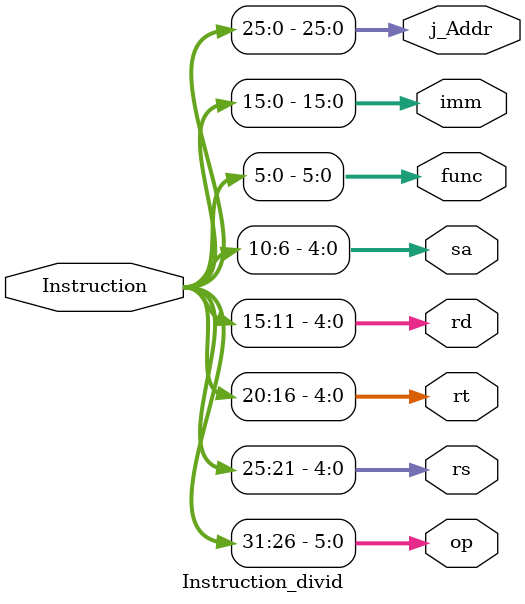
<source format=v>
`timescale 1ns / 1ps


module Instruction_divid(
    input [31:0] Instruction,
    output [5:0] op,
    output [4:0] rs,
    output [4:0] rt,
    output [4:0] rd,
    output [4:0] sa,
    output [5:0] func,
    output [15:0] imm,
    output [27:2] j_Addr
    );
    assign op[5:0] = Instruction[31:26];
    assign rs[4:0] = Instruction[25:21];
    assign rt[4:0] = Instruction[20:16];
    assign rd[4:0] = Instruction[15:11];
    assign sa[4:0] = Instruction[10:6];
    assign func[5:0] = Instruction[5:0];
    assign imm[15:0] = Instruction[15:0];
    assign j_Addr[27:2] = Instruction[25:0];
endmodule

</source>
